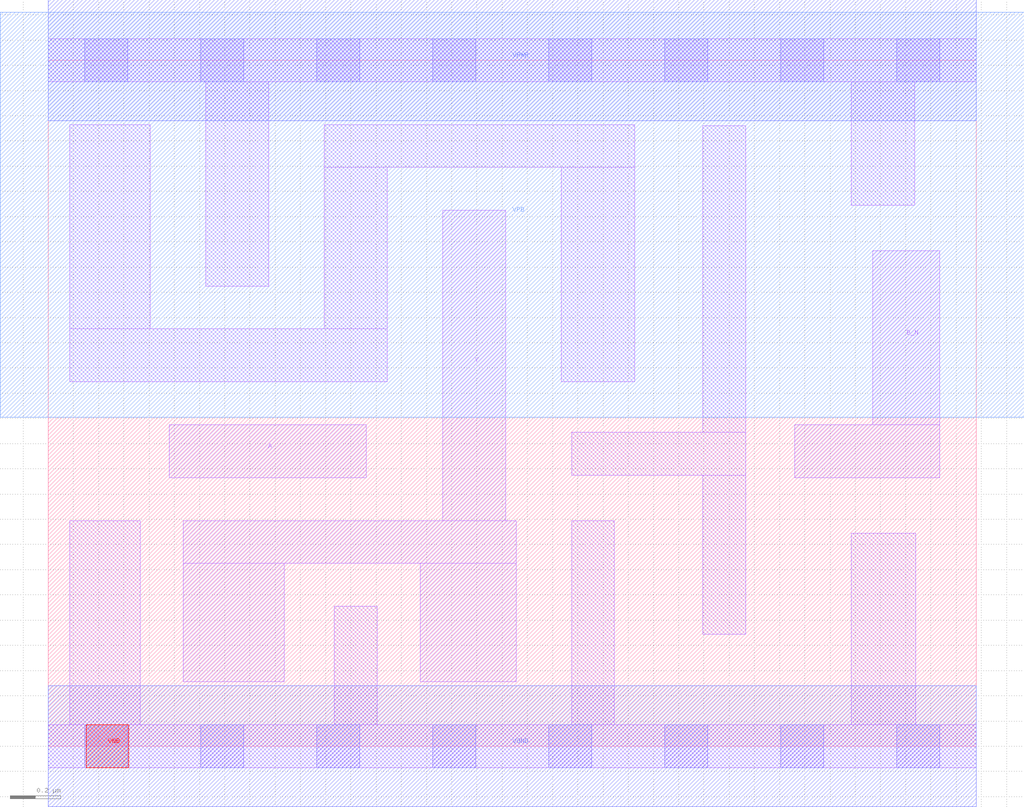
<source format=lef>
# Copyright 2020 The SkyWater PDK Authors
#
# Licensed under the Apache License, Version 2.0 (the "License");
# you may not use this file except in compliance with the License.
# You may obtain a copy of the License at
#
#     https://www.apache.org/licenses/LICENSE-2.0
#
# Unless required by applicable law or agreed to in writing, software
# distributed under the License is distributed on an "AS IS" BASIS,
# WITHOUT WARRANTIES OR CONDITIONS OF ANY KIND, either express or implied.
# See the License for the specific language governing permissions and
# limitations under the License.
#
# SPDX-License-Identifier: Apache-2.0

VERSION 5.7 ;
  NOWIREEXTENSIONATPIN ON ;
  DIVIDERCHAR "/" ;
  BUSBITCHARS "[]" ;
PROPERTYDEFINITIONS
  MACRO maskLayoutSubType STRING ;
  MACRO prCellType STRING ;
  MACRO originalViewName STRING ;
END PROPERTYDEFINITIONS
MACRO sky130_fd_sc_hdll__nor2b_2
  CLASS CORE ;
  FOREIGN sky130_fd_sc_hdll__nor2b_2 ;
  ORIGIN  0.000000  0.000000 ;
  SIZE  3.680000 BY  2.720000 ;
  SYMMETRY X Y R90 ;
  SITE unithd ;
  PIN A
    ANTENNAGATEAREA  0.555000 ;
    DIRECTION INPUT ;
    USE SIGNAL ;
    PORT
      LAYER li1 ;
        RECT 0.480000 1.065000 1.260000 1.275000 ;
    END
  END A
  PIN B_N
    ANTENNAGATEAREA  0.138600 ;
    DIRECTION INPUT ;
    USE SIGNAL ;
    PORT
      LAYER li1 ;
        RECT 2.960000 1.065000 3.535000 1.275000 ;
        RECT 3.270000 1.275000 3.535000 1.965000 ;
    END
  END B_N
  PIN Y
    ANTENNADIFFAREA  0.738500 ;
    DIRECTION OUTPUT ;
    USE SIGNAL ;
    PORT
      LAYER li1 ;
        RECT 0.535000 0.255000 0.935000 0.725000 ;
        RECT 0.535000 0.725000 1.855000 0.895000 ;
        RECT 1.475000 0.255000 1.855000 0.725000 ;
        RECT 1.565000 0.895000 1.815000 2.125000 ;
    END
  END Y
  PIN VGND
    DIRECTION INOUT ;
    USE GROUND ;
    PORT
      LAYER met1 ;
        RECT 0.000000 -0.240000 3.680000 0.240000 ;
    END
  END VGND
  PIN VNB
    DIRECTION INOUT ;
    USE GROUND ;
    PORT
      LAYER pwell ;
        RECT 0.150000 -0.085000 0.320000 0.085000 ;
    END
  END VNB
  PIN VPB
    DIRECTION INOUT ;
    USE POWER ;
    PORT
      LAYER nwell ;
        RECT -0.190000 1.305000 3.870000 2.910000 ;
    END
  END VPB
  PIN VPWR
    DIRECTION INOUT ;
    USE POWER ;
    PORT
      LAYER met1 ;
        RECT 0.000000 2.480000 3.680000 2.960000 ;
    END
  END VPWR
  OBS
    LAYER li1 ;
      RECT 0.000000 -0.085000 3.680000 0.085000 ;
      RECT 0.000000  2.635000 3.680000 2.805000 ;
      RECT 0.085000  0.085000 0.365000 0.895000 ;
      RECT 0.085000  1.445000 1.345000 1.655000 ;
      RECT 0.085000  1.655000 0.405000 2.465000 ;
      RECT 0.625000  1.825000 0.875000 2.635000 ;
      RECT 1.095000  1.655000 1.345000 2.295000 ;
      RECT 1.095000  2.295000 2.325000 2.465000 ;
      RECT 1.135000  0.085000 1.305000 0.555000 ;
      RECT 2.035000  1.445000 2.325000 2.295000 ;
      RECT 2.075000  0.085000 2.245000 0.895000 ;
      RECT 2.075000  1.075000 2.765000 1.245000 ;
      RECT 2.595000  0.445000 2.765000 1.075000 ;
      RECT 2.595000  1.245000 2.765000 2.460000 ;
      RECT 3.185000  0.085000 3.440000 0.845000 ;
      RECT 3.185000  2.145000 3.435000 2.635000 ;
    LAYER mcon ;
      RECT 0.145000 -0.085000 0.315000 0.085000 ;
      RECT 0.145000  2.635000 0.315000 2.805000 ;
      RECT 0.605000 -0.085000 0.775000 0.085000 ;
      RECT 0.605000  2.635000 0.775000 2.805000 ;
      RECT 1.065000 -0.085000 1.235000 0.085000 ;
      RECT 1.065000  2.635000 1.235000 2.805000 ;
      RECT 1.525000 -0.085000 1.695000 0.085000 ;
      RECT 1.525000  2.635000 1.695000 2.805000 ;
      RECT 1.985000 -0.085000 2.155000 0.085000 ;
      RECT 1.985000  2.635000 2.155000 2.805000 ;
      RECT 2.445000 -0.085000 2.615000 0.085000 ;
      RECT 2.445000  2.635000 2.615000 2.805000 ;
      RECT 2.905000 -0.085000 3.075000 0.085000 ;
      RECT 2.905000  2.635000 3.075000 2.805000 ;
      RECT 3.365000 -0.085000 3.535000 0.085000 ;
      RECT 3.365000  2.635000 3.535000 2.805000 ;
  END
  PROPERTY maskLayoutSubType "abstract" ;
  PROPERTY prCellType "standard" ;
  PROPERTY originalViewName "layout" ;
END sky130_fd_sc_hdll__nor2b_2
END LIBRARY

</source>
